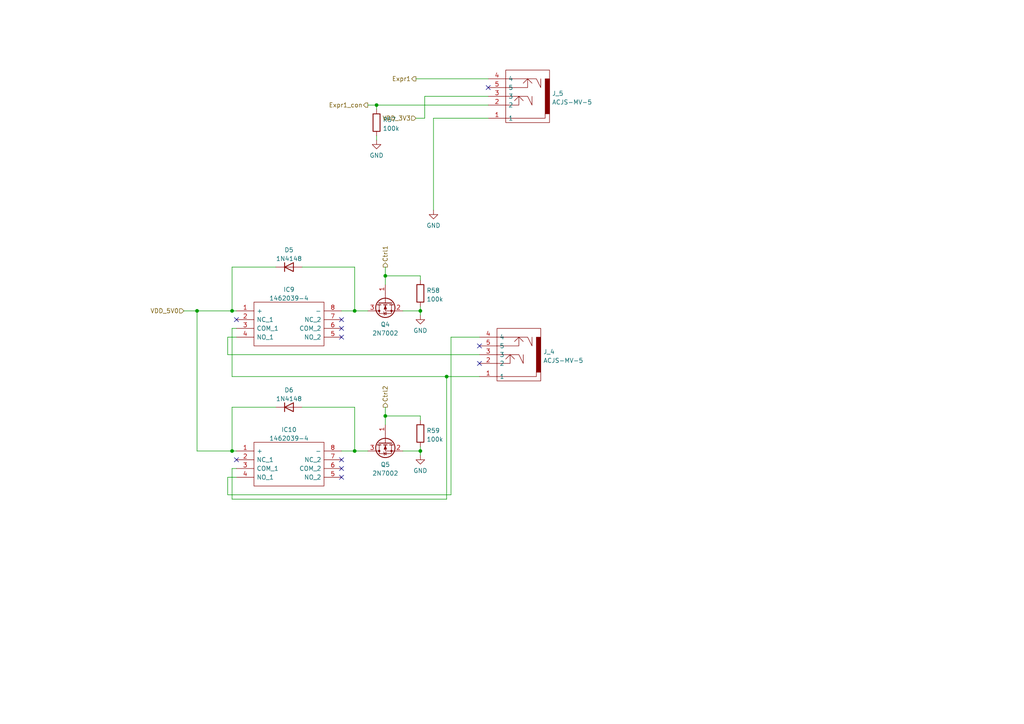
<source format=kicad_sch>
(kicad_sch (version 20211123) (generator eeschema)
  (paper "A4")
  (lib_symbols
    (symbol "Aphenol:ACJS-MV-5" (pin_names (offset 0.762))
      (property "Reference" "J_Return1" (at 8.3312 -6.7853 90))
      (property "Value" "ACJS-MV-5" (at 8.3312 -9.3222 90))
      (symbol "ACJS-MV-5_0_0"
        (pin passive line (at 19.05 -6.35 180) (length 5.08) (name "1") (number "1"))
        (pin passive line (at 19.05 -2.54 180) (length 5.08) (name "2") (number "2"))
        (pin passive line (at 19.05 0 180) (length 5.08) (name "3") (number "3"))
        (pin passive line (at 19.05 5.08 180) (length 5.08) (name "4") (number "4"))
        (pin passive line (at 19.05 2.54 180) (length 5.08) (name "5") (number "5"))
      )
      (symbol "ACJS-MV-5_0_1"
        (polyline (pts (xy 2.54 -5.08) (xy 2.54 -6.35) (xy 13.97 -6.35)) (stroke (width 0.1524)))
        (polyline (pts (xy 7.62 5.08) (xy 7.62 2.54) (xy 13.97 2.54)) (stroke (width 0.1524)))
        (polyline (pts (xy 8.89 -1.27) (xy 10.16 0) (xy 11.43 -1.27)) (stroke (width 0.1524)))
        (polyline (pts (xy 13.97 -2.54) (xy 10.16 -2.54) (xy 10.16 0)) (stroke (width 0.1524)))
        (polyline (pts (xy 7.62 5.08) (xy 6.35 3.81) (xy 7.62 5.08) (xy 8.89 3.81)) (stroke (width 0.1524)))
        (polyline (pts (xy 13.97 0) (xy 7.62 0) (xy 6.35 -2.54) (xy 6.35 0)) (stroke (width 0.1524)))
        (polyline (pts (xy 13.97 5.08) (xy 5.08 5.08) (xy 3.81 2.54) (xy 3.81 5.08)) (stroke (width 0.1524)))
        (polyline (pts (xy 1.27 7.62) (xy 13.97 7.62) (xy 13.97 -7.62) (xy 1.27 -7.62) (xy 1.27 7.62)) (stroke (width 0.1524)))
        (rectangle (start 1.27 5.08) (end 2.54 -5.08) (stroke (width 0.1524)) (fill (type outline)))
      )
    )
    (symbol "Device:R" (pin_numbers hide) (pin_names (offset 0))
      (property "Reference" "R" (at 2.032 0 90))
      (property "Value" "R" (at 0 0 90))
      (symbol "R_0_1"
        (rectangle (start -1.016 -2.54) (end 1.016 2.54) (stroke (width 0.254)))
      )
      (symbol "R_1_1"
        (pin passive line (at 0 3.81 270) (length 1.27) (name "~") (number "1"))
        (pin passive line (at 0 -3.81 90) (length 1.27) (name "~") (number "2"))
      )
    )
    (symbol "Diode:1N4148" (pin_numbers hide) (pin_names hide)
      (property "Reference" "D" (at 0 2.54 0))
      (property "Value" "1N4148" (at 0 -2.54 0))
      (symbol "1N4148_0_1"
        (polyline (pts (xy -1.27 1.27) (xy -1.27 -1.27)) (stroke (width 0.254)))
        (polyline (pts (xy 1.27 0) (xy -1.27 0)))
        (polyline (pts (xy 1.27 1.27) (xy 1.27 -1.27) (xy -1.27 0) (xy 1.27 1.27)) (stroke (width 0.254)))
      )
      (symbol "1N4148_1_1"
        (pin passive line (at -3.81 0 0) (length 2.54) (name "K") (number "1"))
        (pin passive line (at 3.81 0 180) (length 2.54) (name "A") (number "2"))
      )
    )
    (symbol "SamacSys_Parts:1462039-4" (pin_names (offset 0.762))
      (property "Reference" "IC" (at 26.67 7.62 0))
      (property "Value" "1462039-4" (at 26.67 5.08 0))
      (symbol "1462039-4_0_0"
        (pin passive line (at 0 0 0) (length 5.08) (name "+") (number "1"))
        (pin passive line (at 0 -2.54 0) (length 5.08) (name "NC_1") (number "2"))
        (pin passive line (at 0 -5.08 0) (length 5.08) (name "COM_1") (number "3"))
        (pin passive line (at 0 -7.62 0) (length 5.08) (name "NO_1") (number "4"))
        (pin passive line (at 30.48 -7.62 180) (length 5.08) (name "NO_2") (number "5"))
        (pin passive line (at 30.48 -5.08 180) (length 5.08) (name "COM_2") (number "6"))
        (pin passive line (at 30.48 -2.54 180) (length 5.08) (name "NC_2") (number "7"))
        (pin passive line (at 30.48 0 180) (length 5.08) (name "-") (number "8"))
      )
      (symbol "1462039-4_0_1"
        (polyline (pts (xy 5.08 2.54) (xy 25.4 2.54) (xy 25.4 -10.16) (xy 5.08 -10.16) (xy 5.08 2.54)) (stroke (width 0.1524)))
      )
    )
    (symbol "Transistor_FET:2N7002" (pin_names hide)
      (property "Reference" "Q" (at 5.08 1.905 0))
      (property "Value" "2N7002" (at 5.08 0 0))
      (symbol "2N7002_0_1"
        (polyline (pts (xy 0.254 0) (xy -2.54 0)))
        (polyline (pts (xy 0.254 1.905) (xy 0.254 -1.905)) (stroke (width 0.254)))
        (polyline (pts (xy 0.762 -1.27) (xy 0.762 -2.286)) (stroke (width 0.254)))
        (polyline (pts (xy 0.762 0.508) (xy 0.762 -0.508)) (stroke (width 0.254)))
        (polyline (pts (xy 0.762 2.286) (xy 0.762 1.27)) (stroke (width 0.254)))
        (polyline (pts (xy 2.54 2.54) (xy 2.54 1.778)))
        (polyline (pts (xy 2.54 -2.54) (xy 2.54 0) (xy 0.762 0)))
        (polyline (pts (xy 0.762 -1.778) (xy 3.302 -1.778) (xy 3.302 1.778) (xy 0.762 1.778)))
        (polyline (pts (xy 1.016 0) (xy 2.032 0.381) (xy 2.032 -0.381) (xy 1.016 0)) (fill (type outline)))
        (polyline (pts (xy 2.794 0.508) (xy 2.921 0.381) (xy 3.683 0.381) (xy 3.81 0.254)))
        (polyline (pts (xy 3.302 0.381) (xy 2.921 -0.254) (xy 3.683 -0.254) (xy 3.302 0.381)))
        (circle (center 1.651 0) (radius 2.794) (stroke (width 0.254)))
        (circle (center 2.54 -1.778) (radius 0.254) (fill (type outline)))
        (circle (center 2.54 1.778) (radius 0.254) (fill (type outline)))
      )
      (symbol "2N7002_1_1"
        (pin input line (at -5.08 0 0) (length 2.54) (name "G") (number "1"))
        (pin passive line (at 2.54 -5.08 90) (length 2.54) (name "S") (number "2"))
        (pin passive line (at 2.54 5.08 270) (length 2.54) (name "D") (number "3"))
      )
    )
    (symbol "power:GND" (power) (pin_names (offset 0))
      (property "Value" "GND" (at 0 -3.81 0))
      (symbol "GND_0_1"
        (polyline (pts (xy 0 0) (xy 0 -1.27) (xy 1.27 -1.27) (xy 0 -2.54) (xy -1.27 -1.27) (xy 0 -1.27)))
      )
      (symbol "GND_1_1"
        (pin power_in line (at 0 0 270) (length 0) hide (name "GND") (number "1"))
      )
    )
  )
  (junction (at 121.92 90.17))
  (junction (at 121.92 130.81))
  (junction (at 67.31 90.17))
  (junction (at 111.76 80.01))
  (junction (at 102.87 130.81))
  (junction (at 67.31 130.81))
  (junction (at 111.76 120.65))
  (junction (at 102.87 90.17))
  (junction (at 109.22 30.48))
  (junction (at 57.15 90.17))
  (junction (at 129.54 109.22))
  (no_connect (at 139.065 105.41))
  (no_connect (at 139.065 100.33))
  (no_connect (at 99.06 92.71))
  (no_connect (at 99.06 95.25))
  (no_connect (at 99.06 97.79))
  (no_connect (at 99.06 133.35))
  (no_connect (at 99.06 135.89))
  (no_connect (at 99.06 138.43))
  (no_connect (at 68.58 133.35))
  (no_connect (at 141.605 25.4))
  (no_connect (at 68.58 92.71))
  (wire (pts (xy 57.15 90.17) (xy 57.15 130.81)))
  (wire (pts (xy 106.68 30.48) (xy 109.22 30.48)))
  (wire (pts (xy 109.22 30.48) (xy 109.22 31.75)))
  (wire (pts (xy 67.31 118.11) (xy 67.31 130.81)))
  (wire (pts (xy 99.06 130.81) (xy 102.87 130.81)))
  (wire (pts (xy 111.76 77.47) (xy 111.76 80.01)))
  (wire (pts (xy 111.76 118.11) (xy 111.76 120.65)))
  (wire (pts (xy 123.19 34.29) (xy 123.19 27.94)))
  (wire (pts (xy 80.01 118.11) (xy 67.31 118.11)))
  (wire (pts (xy 67.31 144.78) (xy 129.54 144.78)))
  (wire (pts (xy 125.73 34.29) (xy 141.605 34.29)))
  (wire (pts (xy 109.22 30.48) (xy 141.605 30.48)))
  (wire (pts (xy 66.04 97.79) (xy 68.58 97.79)))
  (wire (pts (xy 66.04 102.87) (xy 139.065 102.87)))
  (wire (pts (xy 111.76 80.01) (xy 121.92 80.01)))
  (wire (pts (xy 121.92 90.17) (xy 121.92 91.44)))
  (wire (pts (xy 67.31 109.22) (xy 129.54 109.22)))
  (wire (pts (xy 116.84 90.17) (xy 121.92 90.17)))
  (wire (pts (xy 66.04 143.51) (xy 66.04 138.43)))
  (wire (pts (xy 121.92 129.54) (xy 121.92 130.81)))
  (wire (pts (xy 102.87 130.81) (xy 106.68 130.81)))
  (wire (pts (xy 80.01 77.47) (xy 67.31 77.47)))
  (wire (pts (xy 129.54 109.22) (xy 129.54 144.78)))
  (wire (pts (xy 111.76 80.01) (xy 111.76 82.55)))
  (wire (pts (xy 129.54 109.22) (xy 139.065 109.22)))
  (wire (pts (xy 66.04 138.43) (xy 68.58 138.43)))
  (wire (pts (xy 67.31 95.25) (xy 67.31 109.22)))
  (wire (pts (xy 123.19 27.94) (xy 141.605 27.94)))
  (wire (pts (xy 130.81 97.79) (xy 139.065 97.79)))
  (wire (pts (xy 111.76 120.65) (xy 111.76 123.19)))
  (wire (pts (xy 53.34 90.17) (xy 57.15 90.17)))
  (wire (pts (xy 67.31 77.47) (xy 67.31 90.17)))
  (wire (pts (xy 121.92 130.81) (xy 121.92 132.08)))
  (wire (pts (xy 102.87 118.11) (xy 87.63 118.11)))
  (wire (pts (xy 57.15 130.81) (xy 67.31 130.81)))
  (wire (pts (xy 116.84 130.81) (xy 121.92 130.81)))
  (wire (pts (xy 120.65 34.29) (xy 123.19 34.29)))
  (wire (pts (xy 102.87 90.17) (xy 106.68 90.17)))
  (wire (pts (xy 67.31 135.89) (xy 67.31 144.78)))
  (wire (pts (xy 111.76 120.65) (xy 121.92 120.65)))
  (wire (pts (xy 57.15 90.17) (xy 67.31 90.17)))
  (wire (pts (xy 102.87 90.17) (xy 102.87 77.47)))
  (wire (pts (xy 121.92 120.65) (xy 121.92 121.92)))
  (wire (pts (xy 130.81 143.51) (xy 130.81 97.79)))
  (wire (pts (xy 99.06 90.17) (xy 102.87 90.17)))
  (wire (pts (xy 66.04 143.51) (xy 130.81 143.51)))
  (wire (pts (xy 121.92 88.9) (xy 121.92 90.17)))
  (wire (pts (xy 121.92 80.01) (xy 121.92 81.28)))
  (wire (pts (xy 66.04 102.87) (xy 66.04 97.79)))
  (wire (pts (xy 67.31 90.17) (xy 68.58 90.17)))
  (wire (pts (xy 109.22 39.37) (xy 109.22 40.64)))
  (wire (pts (xy 120.65 22.86) (xy 141.605 22.86)))
  (wire (pts (xy 68.58 95.25) (xy 67.31 95.25)))
  (wire (pts (xy 68.58 135.89) (xy 67.31 135.89)))
  (wire (pts (xy 67.31 130.81) (xy 68.58 130.81)))
  (wire (pts (xy 102.87 77.47) (xy 87.63 77.47)))
  (wire (pts (xy 125.73 34.29) (xy 125.73 60.96)))
  (wire (pts (xy 102.87 130.81) (xy 102.87 118.11)))
  (hierarchical_label "VDD_5V0" (shape input) (at 53.34 90.17 180))
  (hierarchical_label "Ctrl2" (shape output) (at 111.76 118.11 90))
  (hierarchical_label "VDD_3V3" (shape input) (at 120.65 34.29 180))
  (hierarchical_label "Expr1_con" (shape output) (at 106.68 30.48 180))
  (hierarchical_label "Expr1" (shape output) (at 120.65 22.86 180))
  (hierarchical_label "Ctrl1" (shape output) (at 111.76 77.47 90))
  (symbol (lib_id "power:GND") (at 121.92 132.08 0) (unit 1)
    (property "Reference" "#PWR070" (effects hide))
    (property "Value" "GND" (at 121.92 136.5234 0))
  )
  (symbol (lib_id "Diode:1N4148") (at 83.82 118.11 0) (unit 1)
    (property "Reference" "D6" (at 83.82 113.1402 0))
    (property "Value" "1N4148" (at 83.82 115.6771 0))
    (property "Footprint" "Diode_SMD:D_SOD-123" (effects hide))
    (property "Datasheet" "https://assets.nexperia.com/documents/data-sheet/1N4148_1N4448.pdf" (effects hide))
  )
  (symbol (lib_id "power:GND") (at 121.92 91.44 0) (unit 1)
    (property "Reference" "#PWR069" (effects hide))
    (property "Value" "GND" (at 121.92 95.8834 0))
  )
  (symbol (lib_id "SamacSys_Parts:1462039-4") (at 68.58 130.81 0) (unit 1)
    (property "Reference" "IC10" (at 83.82 124.621 0))
    (property "Value" "1462039-4" (at 83.82 127.1579 0))
    (property "Footprint" "SamacSys_Parts:14620394" (effects hide))
    (property "Datasheet" "https://www.te.com/commerce/DocumentDelivery/DDEController?Action=showdoc&DocId=Data+Sheet%7F108-98001%7FZ%7Fpdf%7FEnglish%7FENG_DS_108-98001_Z.pdf%7F1462039-4" (effects hide))
    (property "Description" "General Purpose Relays IM13GR=IM RELAY 100MW 5V" (effects hide))
    (property "Height" "5.65" (effects hide))
    (property "Manufacturer_Name" "TE Connectivity" (effects hide))
    (property "Manufacturer_Part_Number" "1462039-4" (effects hide))
    (property "Mouser Part Number" "655-1462039-4" (effects hide))
    (property "Mouser Price/Stock" "https://www.mouser.co.uk/ProductDetail/TE-Connectivity-PB/1462039-4?qs=HrnbphAniACdk25612UMrw%3D%3D" (effects hide))
    (property "Arrow Part Number" "1462039-4" (effects hide))
    (property "Arrow Price/Stock" "https://www.arrow.com/en/products/1462039-4/te-connectivity?region=europe" (effects hide))
  )
  (symbol (lib_id "Aphenol:ACJS-MV-5") (at 158.115 102.87 0) (mirror y) (unit 1)
    (property "Reference" "J_4" (at 157.5562 102.0353 0) (effects (justify right)))
    (property "Value" "ACJS-MV-5" (at 157.5562 104.5722 0) (effects (justify right)))
    (property "Footprint" "SamacSys_Parts:ACJSMV5" (effects hide))
    (property "Datasheet" "http://www.amphenolaudio.com/wp-content/uploads/2015/07/55010228000152_acjx-mv-x.pdf" (effects hide))
    (property "Description" "Phone Connectors 1/4\"VERT CHASIS CONN PLSTC" (effects hide))
    (property "Height" "31.45" (effects hide))
    (property "Manufacturer_Name" "Amphenol" (effects hide))
    (property "Manufacturer_Part_Number" "ACJS-MV-5" (effects hide))
    (property "Mouser Part Number" "523-ACJS-MV-5" (effects hide))
    (property "Mouser Price/Stock" "https://www.mouser.co.uk/ProductDetail/Amphenol-Audio/ACJS-MV-5?qs=c9RBuMmXG6JIOKwHTyIaMA%3D%3D" (effects hide))
  )
  (symbol (lib_id "Device:R") (at 109.22 35.56 0) (unit 1)
    (property "Reference" "R57" (at 110.998 34.7253 0) (effects (justify left)))
    (property "Value" "100k" (at 110.998 37.2622 0) (effects (justify left)))
    (property "Footprint" "Resistor_SMD:R_0805_2012Metric_Pad1.20x1.40mm_HandSolder" (effects hide))
  )
  (symbol (lib_id "Diode:1N4148") (at 83.82 77.47 0) (unit 1)
    (property "Reference" "D5" (at 83.82 72.5002 0))
    (property "Value" "1N4148" (at 83.82 75.0371 0))
    (property "Footprint" "Diode_SMD:D_SOD-123" (effects hide))
    (property "Datasheet" "https://assets.nexperia.com/documents/data-sheet/1N4148_1N4448.pdf" (effects hide))
  )
  (symbol (lib_id "power:GND") (at 109.22 40.64 0) (unit 1)
    (property "Reference" "#PWR068" (effects hide))
    (property "Value" "GND" (at 109.22 45.0834 0))
  )
  (symbol (lib_id "Transistor_FET:2N7002") (at 111.76 87.63 90) (mirror x) (unit 1)
    (property "Reference" "Q4" (at 111.76 94.1054 90))
    (property "Value" "2N7002" (at 111.76 96.6423 90))
    (property "Footprint" "Package_TO_SOT_SMD:SOT-23" (effects hide))
    (property "Datasheet" "https://www.onsemi.com/pub/Collateral/NDS7002A-D.PDF" (effects hide))
  )
  (symbol (lib_id "Aphenol:ACJS-MV-5") (at 160.655 27.94 0) (mirror y) (unit 1)
    (property "Reference" "J_5" (at 160.0962 27.1053 0) (effects (justify right)))
    (property "Value" "ACJS-MV-5" (at 160.0962 29.6422 0) (effects (justify right)))
    (property "Footprint" "SamacSys_Parts:ACJSMV5" (effects hide))
    (property "Datasheet" "http://www.amphenolaudio.com/wp-content/uploads/2015/07/55010228000152_acjx-mv-x.pdf" (effects hide))
    (property "Description" "Phone Connectors 1/4\"VERT CHASIS CONN PLSTC" (effects hide))
    (property "Height" "31.45" (effects hide))
    (property "Manufacturer_Name" "Amphenol" (effects hide))
    (property "Manufacturer_Part_Number" "ACJS-MV-5" (effects hide))
    (property "Mouser Part Number" "523-ACJS-MV-5" (effects hide))
    (property "Mouser Price/Stock" "https://www.mouser.co.uk/ProductDetail/Amphenol-Audio/ACJS-MV-5?qs=c9RBuMmXG6JIOKwHTyIaMA%3D%3D" (effects hide))
  )
  (symbol (lib_id "Transistor_FET:2N7002") (at 111.76 128.27 90) (mirror x) (unit 1)
    (property "Reference" "Q5" (at 111.76 134.7454 90))
    (property "Value" "2N7002" (at 111.76 137.2823 90))
    (property "Footprint" "Package_TO_SOT_SMD:SOT-23" (effects hide))
    (property "Datasheet" "https://www.onsemi.com/pub/Collateral/NDS7002A-D.PDF" (effects hide))
  )
  (symbol (lib_id "Device:R") (at 121.92 85.09 0) (unit 1)
    (property "Reference" "R58" (at 123.698 84.2553 0) (effects (justify left)))
    (property "Value" "100k" (at 123.698 86.7922 0) (effects (justify left)))
    (property "Footprint" "Resistor_SMD:R_0805_2012Metric_Pad1.20x1.40mm_HandSolder" (effects hide))
  )
  (symbol (lib_id "power:GND") (at 125.73 60.96 0) (unit 1)
    (property "Reference" "#PWR071" (effects hide))
    (property "Value" "GND" (at 125.73 65.4034 0))
  )
  (symbol (lib_id "Device:R") (at 121.92 125.73 0) (unit 1)
    (property "Reference" "R59" (at 123.698 124.8953 0) (effects (justify left)))
    (property "Value" "100k" (at 123.698 127.4322 0) (effects (justify left)))
    (property "Footprint" "Resistor_SMD:R_0805_2012Metric_Pad1.20x1.40mm_HandSolder" (effects hide))
  )
  (symbol (lib_id "SamacSys_Parts:1462039-4") (at 68.58 90.17 0) (unit 1)
    (property "Reference" "IC9" (at 83.82 83.981 0))
    (property "Value" "1462039-4" (at 83.82 86.5179 0))
    (property "Footprint" "SamacSys_Parts:14620394" (effects hide))
    (property "Datasheet" "https://www.te.com/commerce/DocumentDelivery/DDEController?Action=showdoc&DocId=Data+Sheet%7F108-98001%7FZ%7Fpdf%7FEnglish%7FENG_DS_108-98001_Z.pdf%7F1462039-4" (effects hide))
    (property "Description" "General Purpose Relays IM13GR=IM RELAY 100MW 5V" (effects hide))
    (property "Height" "5.65" (effects hide))
    (property "Manufacturer_Name" "TE Connectivity" (effects hide))
    (property "Manufacturer_Part_Number" "1462039-4" (effects hide))
    (property "Mouser Part Number" "655-1462039-4" (effects hide))
    (property "Mouser Price/Stock" "https://www.mouser.co.uk/ProductDetail/TE-Connectivity-PB/1462039-4?qs=HrnbphAniACdk25612UMrw%3D%3D" (effects hide))
    (property "Arrow Part Number" "1462039-4" (effects hide))
    (property "Arrow Price/Stock" "https://www.arrow.com/en/products/1462039-4/te-connectivity?region=europe" (effects hide))
  )
)
</source>
